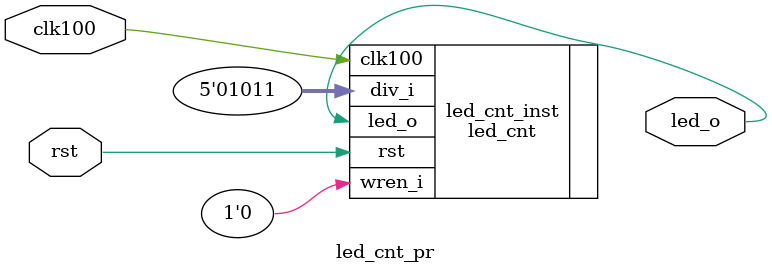
<source format=sv>

module led_cnt_pr (
  input         rst,
  input         clk100,
  output        led_o
);
///////////////////////////////////////////////////////////////////////////////////////////////////

 led_cnt led_cnt_inst (
   .rst    (rst      ),
   .clk100 (clk100   ),
   .div_i  (5'hB     ),
   .wren_i (1'b0     ),
   .led_o  (led_o    )
 );

endmodule
</source>
